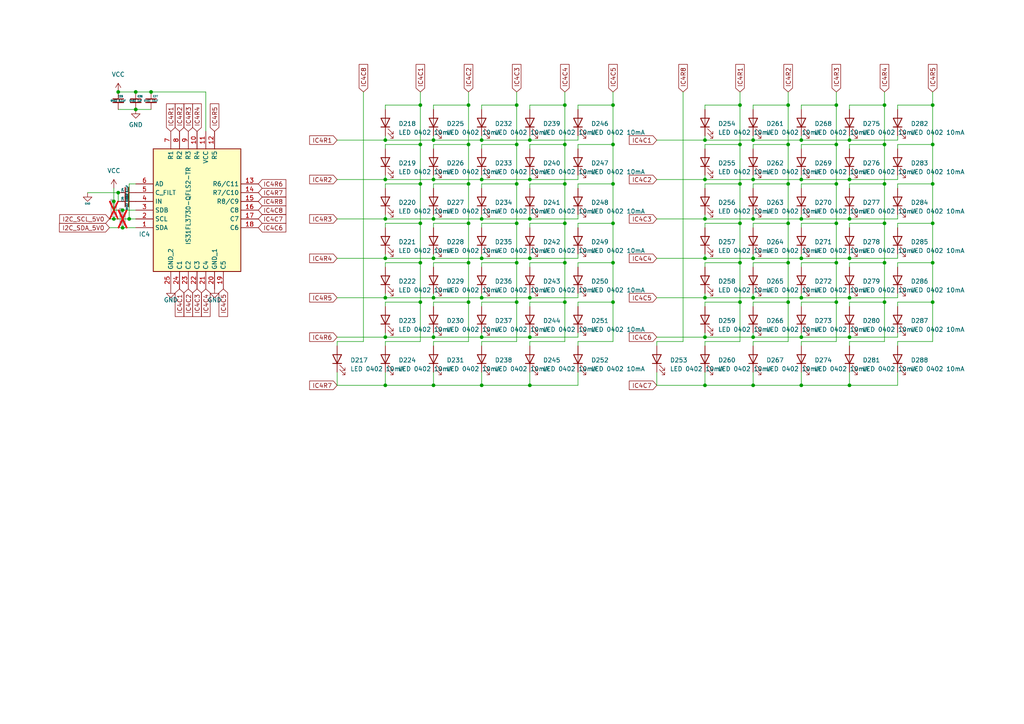
<source format=kicad_sch>
(kicad_sch (version 20231120) (generator "eeschema") (generator_version "8.0")
  (paper "A4")
  (junction (at 270.51 76.2))
  (junction (at 39.37 26.67))
  (junction (at 125.73 52.07))
  (junction (at 125.73 97.79))
  (junction (at 232.41 97.79))
  (junction (at 135.89 87.63))
  (junction (at 270.51 87.63))
  (junction (at 228.6 76.2))
  (junction (at 111.76 63.5))
  (junction (at 218.44 97.79))
  (junction (at 139.7 52.07))
  (junction (at 246.38 40.64))
  (junction (at 214.63 76.2))
  (junction (at 163.83 76.2))
  (junction (at 35.56 60.96))
  (junction (at 246.38 52.07))
  (junction (at 121.92 41.91))
  (junction (at 149.86 30.48))
  (junction (at 242.57 87.63))
  (junction (at 149.86 53.34))
  (junction (at 177.8 76.2))
  (junction (at 218.44 86.36))
  (junction (at 204.47 111.76))
  (junction (at 34.29 55.88))
  (junction (at 149.86 41.91))
  (junction (at 204.47 63.5))
  (junction (at 177.8 87.63))
  (junction (at 232.41 40.64))
  (junction (at 111.76 97.79))
  (junction (at 111.76 86.36))
  (junction (at 232.41 111.76))
  (junction (at 270.51 53.34))
  (junction (at 256.54 53.34))
  (junction (at 177.8 53.34))
  (junction (at 246.38 63.5))
  (junction (at 204.47 40.64))
  (junction (at 242.57 53.34))
  (junction (at 121.92 53.34))
  (junction (at 242.57 64.77))
  (junction (at 256.54 64.77))
  (junction (at 125.73 63.5))
  (junction (at 218.44 40.64))
  (junction (at 153.67 63.5))
  (junction (at 177.8 64.77))
  (junction (at 135.89 76.2))
  (junction (at 218.44 74.93))
  (junction (at 35.56 66.04))
  (junction (at 139.7 63.5))
  (junction (at 218.44 111.76))
  (junction (at 228.6 30.48))
  (junction (at 121.92 64.77))
  (junction (at 246.38 97.79))
  (junction (at 246.38 86.36))
  (junction (at 232.41 52.07))
  (junction (at 33.02 58.42))
  (junction (at 43.815 26.67))
  (junction (at 125.73 74.93))
  (junction (at 218.44 52.07))
  (junction (at 270.51 64.77))
  (junction (at 163.83 41.91))
  (junction (at 139.7 40.64))
  (junction (at 214.63 30.48))
  (junction (at 125.73 86.36))
  (junction (at 121.92 87.63))
  (junction (at 256.54 87.63))
  (junction (at 242.57 76.2))
  (junction (at 246.38 111.76))
  (junction (at 149.86 64.77))
  (junction (at 153.67 40.64))
  (junction (at 33.02 63.5))
  (junction (at 232.41 74.93))
  (junction (at 34.29 26.67))
  (junction (at 177.8 41.91))
  (junction (at 111.76 40.64))
  (junction (at 149.86 76.2))
  (junction (at 125.73 40.64))
  (junction (at 246.38 74.93))
  (junction (at 228.6 87.63))
  (junction (at 204.47 86.36))
  (junction (at 204.47 97.79))
  (junction (at 256.54 41.91))
  (junction (at 153.67 86.36))
  (junction (at 232.41 86.36))
  (junction (at 242.57 30.48))
  (junction (at 111.76 74.93))
  (junction (at 256.54 76.2))
  (junction (at 228.6 41.91))
  (junction (at 177.8 30.48))
  (junction (at 228.6 53.34))
  (junction (at 153.67 111.76))
  (junction (at 232.41 63.5))
  (junction (at 214.63 64.77))
  (junction (at 149.86 87.63))
  (junction (at 204.47 74.93))
  (junction (at 163.83 87.63))
  (junction (at 125.73 111.76))
  (junction (at 139.7 74.93))
  (junction (at 135.89 41.91))
  (junction (at 270.51 30.48))
  (junction (at 135.89 30.48))
  (junction (at 214.63 87.63))
  (junction (at 214.63 41.91))
  (junction (at 39.37 31.75))
  (junction (at 163.83 53.34))
  (junction (at 111.76 52.07))
  (junction (at 214.63 53.34))
  (junction (at 139.7 111.76))
  (junction (at 111.76 111.76))
  (junction (at 153.67 97.79))
  (junction (at 256.54 30.48))
  (junction (at 204.47 52.07))
  (junction (at 270.51 41.91))
  (junction (at 121.92 30.48))
  (junction (at 228.6 64.77))
  (junction (at 153.67 74.93))
  (junction (at 153.67 52.07))
  (junction (at 242.57 41.91))
  (junction (at 37.465 63.5))
  (junction (at 135.89 53.34))
  (junction (at 121.92 76.2))
  (junction (at 139.7 97.79))
  (junction (at 139.7 86.36))
  (junction (at 135.89 64.77))
  (junction (at 163.83 30.48))
  (junction (at 163.83 64.77))
  (junction (at 218.44 63.5))
  (wire (pts (xy 33.02 60.96) (xy 35.56 60.96)))
  (wire (pts (xy 167.64 54.61) (xy 167.64 53.34)))
  (wire (pts (xy 260.35 53.34) (xy 270.51 53.34)))
  (wire (pts (xy 260.35 87.63) (xy 270.51 87.63)))
  (wire (pts (xy 97.79 111.76) (xy 111.76 111.76)))
  (wire (pts (xy 246.38 111.76) (xy 260.35 111.76)))
  (wire (pts (xy 218.44 39.37) (xy 218.44 40.64)))
  (wire (pts (xy 33.02 54.61) (xy 33.02 58.42)))
  (wire (pts (xy 246.38 54.61) (xy 246.38 53.34)))
  (wire (pts (xy 246.38 88.9) (xy 246.38 87.63)))
  (wire (pts (xy 34.29 26.67) (xy 39.37 26.67)))
  (wire (pts (xy 125.73 30.48) (xy 135.89 30.48)))
  (wire (pts (xy 121.92 99.06) (xy 111.76 99.06)))
  (wire (pts (xy 260.35 74.93) (xy 260.35 73.66)))
  (wire (pts (xy 167.64 99.06) (xy 177.8 99.06)))
  (wire (pts (xy 163.83 41.91) (xy 163.83 53.34)))
  (wire (pts (xy 125.73 85.09) (xy 125.73 86.36)))
  (wire (pts (xy 111.76 87.63) (xy 121.92 87.63)))
  (wire (pts (xy 139.7 64.77) (xy 149.86 64.77)))
  (wire (pts (xy 125.73 87.63) (xy 135.89 87.63)))
  (wire (pts (xy 167.64 31.75) (xy 167.64 30.48)))
  (wire (pts (xy 204.47 73.66) (xy 204.47 74.93)))
  (wire (pts (xy 232.41 77.47) (xy 232.41 76.2)))
  (wire (pts (xy 33.02 63.5) (xy 37.465 63.5)))
  (wire (pts (xy 246.38 76.2) (xy 256.54 76.2)))
  (wire (pts (xy 218.44 52.07) (xy 232.41 52.07)))
  (wire (pts (xy 125.73 43.18) (xy 125.73 41.91)))
  (wire (pts (xy 260.35 66.04) (xy 260.35 64.77)))
  (wire (pts (xy 228.6 87.63) (xy 228.6 99.06)))
  (wire (pts (xy 139.7 97.79) (xy 153.67 97.79)))
  (wire (pts (xy 167.64 107.95) (xy 167.64 111.76)))
  (wire (pts (xy 139.7 111.76) (xy 153.67 111.76)))
  (wire (pts (xy 111.76 74.93) (xy 125.73 74.93)))
  (wire (pts (xy 97.79 74.93) (xy 111.76 74.93)))
  (wire (pts (xy 111.76 73.66) (xy 111.76 74.93)))
  (wire (pts (xy 204.47 77.47) (xy 204.47 76.2)))
  (wire (pts (xy 218.44 73.66) (xy 218.44 74.93)))
  (wire (pts (xy 204.47 76.2) (xy 214.63 76.2)))
  (wire (pts (xy 163.83 87.63) (xy 163.83 99.06)))
  (wire (pts (xy 218.44 97.79) (xy 232.41 97.79)))
  (wire (pts (xy 59.69 38.1) (xy 59.69 26.67)))
  (wire (pts (xy 97.79 111.76) (xy 97.79 107.95)))
  (wire (pts (xy 218.44 54.61) (xy 218.44 53.34)))
  (wire (pts (xy 246.38 50.8) (xy 246.38 52.07)))
  (wire (pts (xy 121.92 26.67) (xy 121.92 30.48)))
  (wire (pts (xy 256.54 64.77) (xy 256.54 76.2)))
  (wire (pts (xy 139.7 41.91) (xy 149.86 41.91)))
  (wire (pts (xy 246.38 66.04) (xy 246.38 64.77)))
  (wire (pts (xy 204.47 97.79) (xy 218.44 97.79)))
  (wire (pts (xy 246.38 63.5) (xy 260.35 63.5)))
  (wire (pts (xy 218.44 86.36) (xy 232.41 86.36)))
  (wire (pts (xy 218.44 96.52) (xy 218.44 97.79)))
  (wire (pts (xy 242.57 41.91) (xy 242.57 53.34)))
  (wire (pts (xy 214.63 76.2) (xy 214.63 87.63)))
  (wire (pts (xy 139.7 73.66) (xy 139.7 74.93)))
  (wire (pts (xy 242.57 30.48) (xy 242.57 41.91)))
  (wire (pts (xy 260.35 52.07) (xy 260.35 50.8)))
  (wire (pts (xy 167.64 30.48) (xy 177.8 30.48)))
  (wire (pts (xy 190.5 86.36) (xy 204.47 86.36)))
  (wire (pts (xy 256.54 87.63) (xy 256.54 99.06)))
  (wire (pts (xy 177.8 87.63) (xy 177.8 76.2)))
  (wire (pts (xy 34.29 55.88) (xy 34.29 58.42)))
  (wire (pts (xy 228.6 41.91) (xy 228.6 53.34)))
  (wire (pts (xy 139.7 76.2) (xy 149.86 76.2)))
  (wire (pts (xy 153.67 52.07) (xy 167.64 52.07)))
  (wire (pts (xy 190.5 52.07) (xy 204.47 52.07)))
  (wire (pts (xy 139.7 43.18) (xy 139.7 41.91)))
  (wire (pts (xy 218.44 53.34) (xy 228.6 53.34)))
  (wire (pts (xy 232.41 99.06) (xy 232.41 100.33)))
  (wire (pts (xy 232.41 43.18) (xy 232.41 41.91)))
  (wire (pts (xy 190.5 40.64) (xy 204.47 40.64)))
  (wire (pts (xy 111.76 63.5) (xy 125.73 63.5)))
  (wire (pts (xy 270.51 76.2) (xy 270.51 64.77)))
  (wire (pts (xy 232.41 41.91) (xy 242.57 41.91)))
  (wire (pts (xy 25.4 55.88) (xy 34.29 55.88)))
  (wire (pts (xy 242.57 99.06) (xy 232.41 99.06)))
  (wire (pts (xy 260.35 77.47) (xy 260.35 76.2)))
  (wire (pts (xy 37.465 63.5) (xy 37.465 53.34)))
  (wire (pts (xy 228.6 99.06) (xy 218.44 99.06)))
  (wire (pts (xy 111.76 111.76) (xy 125.73 111.76)))
  (wire (pts (xy 149.86 41.91) (xy 149.86 53.34)))
  (wire (pts (xy 167.64 77.47) (xy 167.64 76.2)))
  (wire (pts (xy 232.41 54.61) (xy 232.41 53.34)))
  (wire (pts (xy 204.47 86.36) (xy 218.44 86.36)))
  (wire (pts (xy 97.79 99.06) (xy 97.79 100.33)))
  (wire (pts (xy 246.38 86.36) (xy 260.35 86.36)))
  (wire (pts (xy 125.73 40.64) (xy 139.7 40.64)))
  (wire (pts (xy 125.73 41.91) (xy 135.89 41.91)))
  (wire (pts (xy 228.6 64.77) (xy 228.6 76.2)))
  (wire (pts (xy 260.35 54.61) (xy 260.35 53.34)))
  (wire (pts (xy 214.63 53.34) (xy 214.63 64.77)))
  (wire (pts (xy 242.57 87.63) (xy 242.57 99.06)))
  (wire (pts (xy 218.44 87.63) (xy 228.6 87.63)))
  (wire (pts (xy 111.76 41.91) (xy 121.92 41.91)))
  (wire (pts (xy 139.7 77.47) (xy 139.7 76.2)))
  (wire (pts (xy 232.41 107.95) (xy 232.41 111.76)))
  (wire (pts (xy 242.57 53.34) (xy 242.57 64.77)))
  (wire (pts (xy 125.73 74.93) (xy 139.7 74.93)))
  (wire (pts (xy 167.64 86.36) (xy 167.64 85.09)))
  (wire (pts (xy 139.7 53.34) (xy 149.86 53.34)))
  (wire (pts (xy 153.67 39.37) (xy 153.67 40.64)))
  (wire (pts (xy 33.02 58.42) (xy 33.02 60.96)))
  (wire (pts (xy 163.83 30.48) (xy 163.83 41.91)))
  (wire (pts (xy 153.67 76.2) (xy 163.83 76.2)))
  (wire (pts (xy 204.47 88.9) (xy 204.47 87.63)))
  (wire (pts (xy 149.86 76.2) (xy 149.86 87.63)))
  (wire (pts (xy 218.44 76.2) (xy 228.6 76.2)))
  (wire (pts (xy 256.54 30.48) (xy 256.54 41.91)))
  (wire (pts (xy 246.38 87.63) (xy 256.54 87.63)))
  (wire (pts (xy 125.73 66.04) (xy 125.73 64.77)))
  (wire (pts (xy 232.41 111.76) (xy 246.38 111.76)))
  (wire (pts (xy 218.44 64.77) (xy 228.6 64.77)))
  (wire (pts (xy 153.67 41.91) (xy 163.83 41.91)))
  (wire (pts (xy 177.8 41.91) (xy 177.8 30.48)))
  (wire (pts (xy 153.67 66.04) (xy 153.67 64.77)))
  (wire (pts (xy 177.8 99.06) (xy 177.8 87.63)))
  (wire (pts (xy 232.41 64.77) (xy 242.57 64.77)))
  (wire (pts (xy 163.83 64.77) (xy 163.83 76.2)))
  (wire (pts (xy 232.41 85.09) (xy 232.41 86.36)))
  (wire (pts (xy 43.815 26.67) (xy 59.69 26.67)))
  (wire (pts (xy 204.47 30.48) (xy 214.63 30.48)))
  (wire (pts (xy 97.79 40.64) (xy 111.76 40.64)))
  (wire (pts (xy 204.47 99.06) (xy 204.47 100.33)))
  (wire (pts (xy 153.67 77.47) (xy 153.67 76.2)))
  (wire (pts (xy 153.67 50.8) (xy 153.67 52.07)))
  (wire (pts (xy 153.67 99.06) (xy 153.67 100.33)))
  (wire (pts (xy 204.47 41.91) (xy 214.63 41.91)))
  (wire (pts (xy 121.92 87.63) (xy 121.92 99.06)))
  (wire (pts (xy 246.38 43.18) (xy 246.38 41.91)))
  (wire (pts (xy 31.75 66.04) (xy 35.56 66.04)))
  (wire (pts (xy 111.76 52.07) (xy 125.73 52.07)))
  (wire (pts (xy 149.86 87.63) (xy 149.86 99.06)))
  (wire (pts (xy 218.44 107.95) (xy 218.44 111.76)))
  (wire (pts (xy 153.67 88.9) (xy 153.67 87.63)))
  (wire (pts (xy 97.79 63.5) (xy 111.76 63.5)))
  (wire (pts (xy 125.73 86.36) (xy 139.7 86.36)))
  (wire (pts (xy 39.37 31.75) (xy 34.29 31.75)))
  (wire (pts (xy 214.63 26.67) (xy 214.63 30.48)))
  (wire (pts (xy 218.44 40.64) (xy 232.41 40.64)))
  (wire (pts (xy 256.54 26.67) (xy 256.54 30.48)))
  (wire (pts (xy 167.64 41.91) (xy 177.8 41.91)))
  (wire (pts (xy 218.44 111.76) (xy 232.41 111.76)))
  (wire (pts (xy 190.5 111.76) (xy 204.47 111.76)))
  (wire (pts (xy 125.73 77.47) (xy 125.73 76.2)))
  (wire (pts (xy 260.35 99.06) (xy 260.35 100.33)))
  (wire (pts (xy 204.47 52.07) (xy 218.44 52.07)))
  (wire (pts (xy 204.47 39.37) (xy 204.47 40.64)))
  (wire (pts (xy 232.41 62.23) (xy 232.41 63.5)))
  (wire (pts (xy 135.89 41.91) (xy 135.89 53.34)))
  (wire (pts (xy 167.64 74.93) (xy 167.64 73.66)))
  (wire (pts (xy 97.79 52.07) (xy 111.76 52.07)))
  (wire (pts (xy 125.73 53.34) (xy 135.89 53.34)))
  (wire (pts (xy 111.76 64.77) (xy 121.92 64.77)))
  (wire (pts (xy 97.79 97.79) (xy 111.76 97.79)))
  (wire (pts (xy 139.7 99.06) (xy 139.7 100.33)))
  (wire (pts (xy 125.73 96.52) (xy 125.73 97.79)))
  (wire (pts (xy 153.67 87.63) (xy 163.83 87.63)))
  (wire (pts (xy 198.12 26.67) (xy 198.12 99.06)))
  (wire (pts (xy 204.47 63.5) (xy 218.44 63.5)))
  (wire (pts (xy 153.67 86.36) (xy 167.64 86.36)))
  (wire (pts (xy 246.38 41.91) (xy 256.54 41.91)))
  (wire (pts (xy 125.73 97.79) (xy 139.7 97.79)))
  (wire (pts (xy 121.92 76.2) (xy 121.92 87.63)))
  (wire (pts (xy 125.73 62.23) (xy 125.73 63.5)))
  (wire (pts (xy 163.83 99.06) (xy 153.67 99.06)))
  (wire (pts (xy 139.7 50.8) (xy 139.7 52.07)))
  (wire (pts (xy 139.7 88.9) (xy 139.7 87.63)))
  (wire (pts (xy 125.73 107.95) (xy 125.73 111.76)))
  (wire (pts (xy 163.83 26.67) (xy 163.83 30.48)))
  (wire (pts (xy 139.7 86.36) (xy 153.67 86.36)))
  (wire (pts (xy 121.92 41.91) (xy 121.92 53.34)))
  (wire (pts (xy 232.41 86.36) (xy 246.38 86.36)))
  (wire (pts (xy 260.35 99.06) (xy 270.51 99.06)))
  (wire (pts (xy 125.73 64.77) (xy 135.89 64.77)))
  (wire (pts (xy 232.41 63.5) (xy 246.38 63.5)))
  (wire (pts (xy 149.86 30.48) (xy 149.86 41.91)))
  (wire (pts (xy 256.54 99.06) (xy 246.38 99.06)))
  (wire (pts (xy 167.64 43.18) (xy 167.64 41.91)))
  (wire (pts (xy 246.38 53.34) (xy 256.54 53.34)))
  (wire (pts (xy 204.47 111.76) (xy 218.44 111.76)))
  (wire (pts (xy 218.44 66.04) (xy 218.44 64.77)))
  (wire (pts (xy 204.47 53.34) (xy 214.63 53.34)))
  (wire (pts (xy 153.67 96.52) (xy 153.67 97.79)))
  (wire (pts (xy 228.6 53.34) (xy 228.6 64.77)))
  (wire (pts (xy 218.44 50.8) (xy 218.44 52.07)))
  (wire (pts (xy 260.35 107.95) (xy 260.35 111.76)))
  (wire (pts (xy 204.47 107.95) (xy 204.47 111.76)))
  (wire (pts (xy 135.89 76.2) (xy 135.89 87.63)))
  (wire (pts (xy 270.51 41.91) (xy 270.51 30.48)))
  (wire (pts (xy 232.41 52.07) (xy 246.38 52.07)))
  (wire (pts (xy 125.73 111.76) (xy 139.7 111.76)))
  (wire (pts (xy 111.76 99.06) (xy 111.76 100.33)))
  (wire (pts (xy 218.44 85.09) (xy 218.44 86.36)))
  (wire (pts (xy 204.47 85.09) (xy 204.47 86.36)))
  (wire (pts (xy 270.51 64.77) (xy 270.51 53.34)))
  (wire (pts (xy 218.44 99.06) (xy 218.44 100.33)))
  (wire (pts (xy 260.35 64.77) (xy 270.51 64.77)))
  (wire (pts (xy 260.35 63.5) (xy 260.35 62.23)))
  (wire (pts (xy 218.44 77.47) (xy 218.44 76.2)))
  (wire (pts (xy 218.44 88.9) (xy 218.44 87.63)))
  (wire (pts (xy 177.8 64.77) (xy 177.8 53.34)))
  (wire (pts (xy 246.38 62.23) (xy 246.38 63.5)))
  (wire (pts (xy 135.89 53.34) (xy 135.89 64.77)))
  (wire (pts (xy 125.73 39.37) (xy 125.73 40.64)))
  (wire (pts (xy 153.67 43.18) (xy 153.67 41.91)))
  (wire (pts (xy 167.64 53.34) (xy 177.8 53.34)))
  (wire (pts (xy 43.815 31.75) (xy 39.37 31.75)))
  (wire (pts (xy 260.35 30.48) (xy 270.51 30.48)))
  (wire (pts (xy 218.44 62.23) (xy 218.44 63.5)))
  (wire (pts (xy 270.51 87.63) (xy 270.51 76.2)))
  (wire (pts (xy 218.44 31.75) (xy 218.44 30.48)))
  (wire (pts (xy 246.38 30.48) (xy 256.54 30.48)))
  (wire (pts (xy 135.89 87.63) (xy 135.89 99.06)))
  (wire (pts (xy 135.89 99.06) (xy 125.73 99.06)))
  (wire (pts (xy 204.47 62.23) (xy 204.47 63.5)))
  (wire (pts (xy 149.86 64.77) (xy 149.86 76.2)))
  (wire (pts (xy 204.47 64.77) (xy 214.63 64.77)))
  (wire (pts (xy 125.73 63.5) (xy 139.7 63.5)))
  (wire (pts (xy 232.41 73.66) (xy 232.41 74.93)))
  (wire (pts (xy 111.76 97.79) (xy 125.73 97.79)))
  (wire (pts (xy 190.5 97.79) (xy 204.47 97.79)))
  (wire (pts (xy 35.56 66.04) (xy 39.37 66.04)))
  (wire (pts (xy 204.47 87.63) (xy 214.63 87.63)))
  (wire (pts (xy 204.47 40.64) (xy 218.44 40.64)))
  (wire (pts (xy 232.41 50.8) (xy 232.41 52.07)))
  (wire (pts (xy 232.41 74.93) (xy 246.38 74.93)))
  (wire (pts (xy 167.64 99.06) (xy 167.64 100.33)))
  (wire (pts (xy 153.67 54.61) (xy 153.67 53.34)))
  (wire (pts (xy 204.47 43.18) (xy 204.47 41.91)))
  (wire (pts (xy 125.73 50.8) (xy 125.73 52.07)))
  (wire (pts (xy 153.67 31.75) (xy 153.67 30.48)))
  (wire (pts (xy 228.6 26.67) (xy 228.6 30.48)))
  (wire (pts (xy 218.44 74.93) (xy 232.41 74.93)))
  (wire (pts (xy 256.54 76.2) (xy 256.54 87.63)))
  (wire (pts (xy 139.7 87.63) (xy 149.86 87.63)))
  (wire (pts (xy 228.6 76.2) (xy 228.6 87.63)))
  (wire (pts (xy 139.7 40.64) (xy 153.67 40.64)))
  (wire (pts (xy 153.67 53.34) (xy 163.83 53.34)))
  (wire (pts (xy 167.64 63.5) (xy 167.64 62.23)))
  (wire (pts (xy 190.5 63.5) (xy 204.47 63.5)))
  (wire (pts (xy 111.76 43.18) (xy 111.76 41.91)))
  (wire (pts (xy 111.76 77.47) (xy 111.76 76.2)))
  (wire (pts (xy 111.76 107.95) (xy 111.76 111.76)))
  (wire (pts (xy 153.67 30.48) (xy 163.83 30.48)))
  (wire (pts (xy 246.38 96.52) (xy 246.38 97.79)))
  (wire (pts (xy 111.76 30.48) (xy 121.92 30.48)))
  (wire (pts (xy 167.64 88.9) (xy 167.64 87.63)))
  (wire (pts (xy 125.73 54.61) (xy 125.73 53.34)))
  (wire (pts (xy 167.64 40.64) (xy 167.64 39.37)))
  (wire (pts (xy 139.7 54.61) (xy 139.7 53.34)))
  (wire (pts (xy 121.92 64.77) (xy 121.92 76.2)))
  (wire (pts (xy 135.89 30.48) (xy 135.89 41.91)))
  (wire (pts (xy 204.47 96.52) (xy 204.47 97.79)))
  (wire (pts (xy 125.73 88.9) (xy 125.73 87.63)))
  (wire (pts (xy 111.76 66.04) (xy 111.76 64.77)))
  (wire (pts (xy 111.76 86.36) (xy 125.73 86.36)))
  (wire (pts (xy 256.54 53.34) (xy 256.54 64.77)))
  (wire (pts (xy 149.86 53.34) (xy 149.86 64.77)))
  (wire (pts (xy 232.41 39.37) (xy 232.41 40.64)))
  (wire (pts (xy 214.63 41.91) (xy 214.63 53.34)))
  (wire (pts (xy 125.73 99.06) (xy 125.73 100.33)))
  (wire (pts (xy 232.41 96.52) (xy 232.41 97.79)))
  (wire (pts (xy 31.75 63.5) (xy 33.02 63.5)))
  (wire (pts (xy 97.79 86.36) (xy 111.76 86.36)))
  (wire (pts (xy 121.92 53.34) (xy 121.92 64.77)))
  (wire (pts (xy 246.38 52.07) (xy 260.35 52.07)))
  (wire (pts (xy 111.76 54.61) (xy 111.76 53.34)))
  (wire (pts (xy 270.51 30.48) (xy 270.51 26.67)))
  (wire (pts (xy 204.47 74.93) (xy 218.44 74.93)))
  (wire (pts (xy 218.44 63.5) (xy 232.41 63.5)))
  (wire (pts (xy 153.67 97.79) (xy 167.64 97.79)))
  (wire (pts (xy 37.465 53.34) (xy 39.37 53.34)))
  (wire (pts (xy 125.73 73.66) (xy 125.73 74.93)))
  (wire (pts (xy 135.89 26.67) (xy 135.89 30.48)))
  (wire (pts (xy 125.73 52.07) (xy 139.7 52.07)))
  (wire (pts (xy 214.63 64.77) (xy 214.63 76.2)))
  (wire (pts (xy 139.7 31.75) (xy 139.7 30.48)))
  (wire (pts (xy 246.38 99.06) (xy 246.38 100.33)))
  (wire (pts (xy 242.57 64.77) (xy 242.57 76.2)))
  (wire (pts (xy 153.67 73.66) (xy 153.67 74.93)))
  (wire (pts (xy 153.67 40.64) (xy 167.64 40.64)))
  (wire (pts (xy 232.41 40.64) (xy 246.38 40.64)))
  (wire (pts (xy 125.73 31.75) (xy 125.73 30.48)))
  (wire (pts (xy 111.76 85.09) (xy 111.76 86.36)))
  (wire (pts (xy 177.8 53.34) (xy 177.8 41.91)))
  (wire (pts (xy 153.67 74.93) (xy 167.64 74.93)))
  (wire (pts (xy 167.64 66.04) (xy 167.64 64.77)))
  (wire (pts (xy 242.57 26.67) (xy 242.57 30.48)))
  (wire (pts (xy 167.64 97.79) (xy 167.64 96.52)))
  (wire (pts (xy 111.76 40.64) (xy 125.73 40.64)))
  (wire (pts (xy 232.41 87.63) (xy 242.57 87.63)))
  (wire (pts (xy 139.7 85.09) (xy 139.7 86.36)))
  (wire (pts (xy 204.47 50.8) (xy 204.47 52.07)))
  (wire (pts (xy 37.465 63.5) (xy 39.37 63.5)))
  (wire (pts (xy 111.76 50.8) (xy 111.76 52.07)))
  (wire (pts (xy 260.35 76.2) (xy 270.51 76.2)))
  (wire (pts (xy 111.76 53.34) (xy 121.92 53.34)))
  (wire (pts (xy 246.38 64.77) (xy 256.54 64.77)))
  (wire (pts (xy 232.41 66.04) (xy 232.41 64.77)))
  (wire (pts (xy 218.44 30.48) (xy 228.6 30.48)))
  (wire (pts (xy 246.38 77.47) (xy 246.38 76.2)))
  (wire (pts (xy 214.63 99.06) (xy 204.47 99.06)))
  (wire (pts (xy 177.8 76.2) (xy 177.8 64.77)))
  (wire (pts (xy 139.7 63.5) (xy 153.67 63.5)))
  (wire (pts (xy 232.41 88.9) (xy 232.41 87.63)))
  (wire (pts (xy 246.38 85.09) (xy 246.38 86.36)))
  (wire (pts (xy 232.41 53.34) (xy 242.57 53.34)))
  (wire (pts (xy 214.63 87.63) (xy 214.63 99.06)))
  (wire (pts (xy 260.35 86.36) (xy 260.35 85.09)))
  (wire (pts (xy 232.41 97.79) (xy 246.38 97.79)))
  (wire (pts (xy 139.7 107.95) (xy 139.7 111.76)))
  (wire (pts (xy 270.51 99.06) (xy 270.51 87.63)))
  (wire (pts (xy 139.7 62.23) (xy 139.7 63.5)))
  (wire (pts (xy 204.47 66.04) (xy 204.47 64.77)))
  (wire (pts (xy 153.67 62.23) (xy 153.67 63.5)))
  (wire (pts (xy 228.6 30.48) (xy 228.6 41.91)))
  (wire (pts (xy 149.86 26.67) (xy 149.86 30.48)))
  (wire (pts (xy 35.56 60.96) (xy 39.37 60.96)))
  (wire (pts (xy 163.83 76.2) (xy 163.83 87.63)))
  (wire (pts (xy 260.35 88.9) (xy 260.35 87.63)))
  (wire (pts (xy 177.8 30.48) (xy 177.8 26.67)))
  (wire (pts (xy 242.57 76.2) (xy 242.57 87.63)))
  (wire (pts (xy 232.41 31.75) (xy 232.41 30.48)))
  (wire (pts (xy 246.38 74.93) (xy 260.35 74.93)))
  (wire (pts (xy 167.64 76.2) (xy 177.8 76.2)))
  (wire (pts (xy 111.76 31.75) (xy 111.76 30.48)))
  (wire (pts (xy 139.7 96.52) (xy 139.7 97.79)))
  (wire (pts (xy 139.7 39.37) (xy 139.7 40.64)))
  (wire (pts (xy 204.47 31.75) (xy 204.47 30.48)))
  (wire (pts (xy 153.67 85.09) (xy 153.67 86.36)))
  (wire (pts (xy 149.86 99.06) (xy 139.7 99.06)))
  (wire (pts (xy 246.38 73.66) (xy 246.38 74.93)))
  (wire (pts (xy 214.63 30.48) (xy 214.63 41.91)))
  (wire (pts (xy 246.38 107.95) (xy 246.38 111.76)))
  (wire (pts (xy 105.41 26.67) (xy 105.41 99.06)))
  (wire (pts (xy 190.5 74.93) (xy 204.47 74.93)))
  (wire (pts (xy 153.67 63.5) (xy 167.64 63.5)))
  (wire (pts (xy 135.89 64.77) (xy 135.89 76.2)))
  (wire (pts (xy 167.64 87.63) (xy 177.8 87.63)))
  (wire (pts (xy 111.76 39.37) (xy 111.76 40.64)))
  (wire (pts (xy 218.44 43.18) (xy 218.44 41.91)))
  (wire (pts (xy 270.51 53.34) (xy 270.51 41.91)))
  (wire (pts (xy 139.7 52.07) (xy 153.67 52.07)))
  (wire (pts (xy 232.41 76.2) (xy 242.57 76.2)))
  (wire (pts (xy 167.64 52.07) (xy 167.64 50.8)))
  (wire (pts (xy 198.12 99.06) (xy 190.5 99.06)))
  (wire (pts (xy 246.38 40.64) (xy 260.35 40.64)))
  (wire (pts (xy 43.815 26.67) (xy 39.37 26.67)))
  (wire (pts (xy 167.64 64.77) (xy 177.8 64.77)))
  (wire (pts (xy 111.76 62.23) (xy 111.76 63.5)))
  (wire (pts (xy 139.7 66.04) (xy 139.7 64.77)))
  (wire (pts (xy 153.67 64.77) (xy 163.83 64.77)))
  (wire (pts (xy 246.38 39.37) (xy 246.38 40.64)))
  (wire (pts (xy 125.73 76.2) (xy 135.89 76.2)))
  (wire (pts (xy 139.7 74.93) (xy 153.67 74.93)))
  (wire (pts (xy 153.67 111.76) (xy 167.64 111.76)))
  (wire (pts (xy 260.35 97.79) (xy 260.35 96.52)))
  (wire (pts (xy 260.35 43.18) (xy 260.35 41.91)))
  (wire (pts (xy 204.47 54.61) (xy 204.47 53.34)))
  (wire (pts (xy 190.5 111.76) (xy 190.5 107.95)))
  (wire (pts (xy 246.38 97.79) (xy 260.35 97.79)))
  (wire (pts (xy 190.5 99.06) (xy 190.5 100.33)))
  (wire (pts (xy 153.67 107.95) (xy 153.67 111.76)))
  (wire (pts (xy 256.54 41.91) (xy 256.54 53.34)))
  (wire (pts (xy 218.44 41.91) (xy 228.6 41.91)))
  (wire (pts (xy 105.41 99.06) (xy 97.79 99.06)))
  (wire (pts (xy 260.35 40.64) (xy 260.35 39.37)))
  (wire (pts (xy 111.76 96.52) (xy 111.76 97.79)))
  (wire (pts (xy 246.38 31.75) (xy 246.38 30.48)))
  (wire (pts (xy 260.35 41.91) (xy 270.51 41.91)))
  (wire (pts (xy 232.41 30.48) (xy 242.57 30.48)))
  (wire (pts (xy 260.35 31.75) (xy 260.35 30.48)))
  (wire (pts (xy 163.83 53.34) (xy 163.83 64.77)))
  (wire (pts (xy 111.76 76.2) (xy 121.92 76.2)))
  (wire (pts (xy 121.92 30.48) (xy 121.92 41.91)))
  (wire (pts (xy 111.76 88.9) (xy 111.76 87.63)))
  (wire (pts (xy 139.7 30.48) (xy 149.86 30.48)))
  (global_label "IC4C7" (shape input) (at 74.93 63.5 0) (property "Intersheetrefs" "${INTERSHEET_REFS}" (effects (hide yes))))
  (global_label "IC4C6" (shape input) (at 190.5 97.79 180) (property "Intersheetrefs" "${INTERSHEET_REFS}" (effects (hide yes))))
  (global_label "IC4R7" (shape input) (at 97.79 111.76 180) (property "Intersheetrefs" "${INTERSHEET_REFS}" (effects (hide yes))))
  (global_label "IC4C2" (shape input) (at 190.5 52.07 180) (property "Intersheetrefs" "${INTERSHEET_REFS}" (effects (hide yes))))
  (global_label "IC4C4" (shape input) (at 190.5 74.93 180) (property "Intersheetrefs" "${INTERSHEET_REFS}" (effects (hide yes))))
  (global_label "IC4R8" (shape input) (at 74.93 58.42 0) (property "Intersheetrefs" "${INTERSHEET_REFS}" (effects (hide yes))))
  (global_label "IC4R7" (shape input) (at 74.93 55.88 0) (property "Intersheetrefs" "${INTERSHEET_REFS}" (effects (hide yes))))
  (global_label "IC4C1" (shape input) (at 121.92 26.67 90) (property "Intersheetrefs" "${INTERSHEET_REFS}" (effects (hide yes))))
  (global_label "IC4C5" (shape input) (at 177.8 26.67 90) (property "Intersheetrefs" "${INTERSHEET_REFS}" (effects (hide yes))))
  (global_label "IC4C3" (shape input) (at 190.5 63.5 180) (property "Intersheetrefs" "${INTERSHEET_REFS}" (effects (hide yes))))
  (global_label "IC4R3" (shape input) (at 97.79 63.5 180) (property "Intersheetrefs" "${INTERSHEET_REFS}" (effects (hide yes))))
  (global_label "IC4C1" (shape input) (at 52.07 83.82 270) (property "Intersheetrefs" "${INTERSHEET_REFS}" (effects (hide yes))))
  (global_label "IC4R3" (shape input) (at 242.57 26.67 90) (property "Intersheetrefs" "${INTERSHEET_REFS}" (effects (hide yes))))
  (global_label "IC4C2" (shape input) (at 54.61 83.82 270) (property "Intersheetrefs" "${INTERSHEET_REFS}" (effects (hide yes))))
  (global_label "IC4C4" (shape input) (at 59.69 83.82 270) (property "Intersheetrefs" "${INTERSHEET_REFS}" (effects (hide yes))))
  (global_label "IC4R4" (shape input) (at 57.15 38.1 90) (property "Intersheetrefs" "${INTERSHEET_REFS}" (effects (hide yes))))
  (global_label "IC4R4" (shape input) (at 97.79 74.93 180) (property "Intersheetrefs" "${INTERSHEET_REFS}" (effects (hide yes))))
  (global_label "I2C_SCL_5V0" (shape input) (at 31.75 63.5 180) (property "Intersheetrefs" "${INTERSHEET_REFS}" (effects (hide yes))))
  (global_label "IC4R2" (shape input) (at 52.07 38.1 90) (property "Intersheetrefs" "${INTERSHEET_REFS}" (effects (hide yes))))
  (global_label "I2C_SDA_5V0" (shape input) (at 31.75 66.04 180) (property "Intersheetrefs" "${INTERSHEET_REFS}" (effects (hide yes))))
  (global_label "IC4C8" (shape input) (at 74.93 60.96 0) (property "Intersheetrefs" "${INTERSHEET_REFS}" (effects (hide yes))))
  (global_label "IC4C7" (shape input) (at 190.5 111.76 180) (property "Intersheetrefs" "${INTERSHEET_REFS}" (effects (hide yes))))
  (global_label "IC4C3" (shape input) (at 149.86 26.67 90) (property "Intersheetrefs" "${INTERSHEET_REFS}" (effects (hide yes))))
  (global_label "IC4C1" (shape input) (at 190.5 40.64 180) (property "Intersheetrefs" "${INTERSHEET_REFS}" (effects (hide yes))))
  (global_label "IC4R8" (shape input) (at 198.12 26.67 90) (property "Intersheetrefs" "${INTERSHEET_REFS}" (effects (hide yes))))
  (global_label "IC4R5" (shape input) (at 97.79 86.36 180) (property "Intersheetrefs" "${INTERSHEET_REFS}" (effects (hide yes))))
  (global_label "IC4R5" (shape input) (at 270.51 26.67 90) (property "Intersheetrefs" "${INTERSHEET_REFS}" (effects (hide yes))))
  (global_label "IC4R6" (shape input) (at 97.79 97.79 180) (property "Intersheetrefs" "${INTERSHEET_REFS}" (effects (hide yes))))
  (global_label "IC4C5" (shape input) (at 190.5 86.36 180) (property "Intersheetrefs" "${INTERSHEET_REFS}" (effects (hide yes))))
  (global_label "IC4C4" (shape input) (at 163.83 26.67 90) (property "Intersheetrefs" "${INTERSHEET_REFS}" (effects (hide yes))))
  (global_label "IC4C8" (shape input) (at 105.41 26.67 90) (property "Intersheetrefs" "${INTERSHEET_REFS}" (effects (hide yes))))
  (global_label "IC4C2" (shape input) (at 135.89 26.67 90) (property "Intersheetrefs" "${INTERSHEET_REFS}" (effects (hide yes))))
  (global_label "IC4R1" (shape input) (at 214.63 26.67 90) (property "Intersheetrefs" "${INTERSHEET_REFS}" (effects (hide yes))))
  (global_label "IC4R5" (shape input) (at 62.23 38.1 90) (property "Intersheetrefs" "${INTERSHEET_REFS}" (effects (hide yes))))
  (global_label "IC4R1" (shape input) (at 97.79 40.64 180) (property "Intersheetrefs" "${INTERSHEET_REFS}" (effects (hide yes))))
  (global_label "IC4R4" (shape input) (at 256.54 26.67 90) (property "Intersheetrefs" "${INTERSHEET_REFS}" (effects (hide yes))))
  (global_label "IC4R1" (shape input) (at 49.53 38.1 90) (property "Intersheetrefs" "${INTERSHEET_REFS}" (effects (hide yes))))
  (global_label "IC4R2" (shape input) (at 228.6 26.67 90) (property "Intersheetrefs" "${INTERSHEET_REFS}" (effects (hide yes))))
  (global_label "IC4R6" (shape input) (at 74.93 53.34 0) (property "Intersheetrefs" "${INTERSHEET_REFS}" (effects (hide yes))))
  (global_label "IC4C6" (shape input) (at 74.93 66.04 0) (property "Intersheetrefs" "${INTERSHEET_REFS}" (effects (hide yes))))
  (global_label "IC4R2" (shape input) (at 97.79 52.07 180) (property "Intersheetrefs" "${INTERSHEET_REFS}" (effects (hide yes))))
  (global_label "IC4C5" (shape input) (at 64.77 83.82 270) (property "Intersheetrefs" "${INTERSHEET_REFS}" (effects (hide yes))))
  (global_label "IC4C3" (shape input) (at 57.15 83.82 270) (property "Intersheetrefs" "${INTERSHEET_REFS}" (effects (hide yes))))
  (global_label "IC4R3" (shape input) (at 54.61 38.1 90) (property "Intersheetrefs" "${INTERSHEET_REFS}" (effects (hide yes))))
  (symbol (lib_id "Device:LED") (at 153.67 92.71 90) (unit 1)
    (property "Reference" "D244" (at 157.48 93.0275 90) (effects (justify right)))
    (property "Value" "LED 0402 10mA" (at 157.48 95.5675 90) (effects (justify right)))
    (property "Footprint" "LED_SMD:LED_0402_1005Metric" (effects (hide yes)))
  )
  (symbol (lib_id "Device:LED") (at 125.73 92.71 90) (unit 1)
    (property "Reference" "D230" (at 129.54 93.0275 90) (effects (justify right)))
    (property "Value" "LED 0402 10mA" (at 129.54 95.5675 90) (effects (justify right)))
    (property "Footprint" "LED_SMD:LED_0402_1005Metric" (effects (hide yes)))
  )
  (symbol (lib_id "Device:LED") (at 125.73 81.28 90) (unit 1)
    (property "Reference" "D229" (at 129.54 81.5975 90) (effects (justify right)))
    (property "Value" "LED 0402 10mA" (at 129.54 84.1375 90) (effects (justify right)))
    (property "Footprint" "LED_SMD:LED_0402_1005Metric" (effects (hide yes)))
  )
  (symbol (lib_id "Device:LED") (at 232.41 81.28 90) (unit 1)
    (property "Reference" "D272" (at 236.22 81.5975 90) (effects (justify right)))
    (property "Value" "LED 0402 10mA" (at 236.22 84.1375 90) (effects (justify right)))
    (property "Footprint" "LED_SMD:LED_0402_1005Metric" (effects (hide yes)))
  )
  (symbol (lib_id "power:GND") (at 25.4 55.88 0) (unit 1)
    (property "Reference" "#PWR043" (effects (hide yes)))
    (property "Value" "GND" (at 25.4 59.055 0) (effects (font (size 0.5 0.5))))
  )
  (symbol (lib_id "Device:LED") (at 260.35 81.28 90) (unit 1)
    (property "Reference" "D286" (at 264.16 81.5975 90) (effects (justify right)))
    (property "Value" "LED 0402 10mA" (at 264.16 84.1375 90) (effects (justify right)))
    (property "Footprint" "LED_SMD:LED_0402_1005Metric" (effects (hide yes)))
  )
  (symbol (lib_id "power:VCC") (at 33.02 54.61 0) (unit 1)
    (property "Reference" "#PWR044" (effects (hide yes)))
    (property "Value" "VCC" (at 33.02 49.53 0))
  )
  (symbol (lib_id "IS31FL3730-QFLS2-TR:IS31FL3730-QFLS2-TR") (at 39.37 66.04 0) (mirror x) (unit 1)
    (property "Reference" "IC4" (at 41.91 67.945 0))
    (property "Value" "IS31FL3730-QFLS2-TR" (at 54.61 59.69 90))
    (property "Footprint" "Package_DFN_QFN:QFN-24-1EP_4x4mm_P0.5mm_EP2.6x2.6mm_ThermalVias" (effects (hide yes)))
    (property "Datasheet" "https://componentsearchengine.com/Datasheets/1/IS31FL3730-QFLS2-TR.pdf" (effects (hide yes)))
    (property "Height" "0.8" (effects (hide yes)))
    (property "Mouser Part Number" "870-IS31FL3730QFLS2R" (effects (hide yes)))
    (property "Mouser Price/Stock" "https://www.mouser.com/Search/Refine.aspx?Keyword=870-IS31FL3730QFLS2R" (effects (hide yes)))
    (property "Manufacturer_Name" "Integrated Silicon Solution Inc." (effects (hide yes)))
    (property "Manufacturer_Part_Number" "IS31FL3730-QFLS2-TR" (effects (hide yes)))
  )
  (symbol (lib_id "Device:LED") (at 246.38 104.14 90) (unit 1)
    (property "Reference" "D281" (at 250.19 104.4575 90) (effects (justify right)))
    (property "Value" "LED 0402 10mA" (at 250.19 106.9975 90) (effects (justify right)))
    (property "Footprint" "LED_SMD:LED_0402_1005Metric" (effects (hide yes)))
  )
  (symbol (lib_id "Device:C_Small") (at 36.83 55.88 90) (unit 1)
    (property "Reference" "C24" (at 35.56 55.245 0) (effects (font (size 0.5 0.5))))
    (property "Value" "0402 0.1uF" (at 36.83 55.88 0) (effects (font (size 0.5 0.5))))
    (property "Footprint" "Capacitor_SMD:C_0402_1005Metric" (effects (hide yes)))
  )
  (symbol (lib_id "Device:LED") (at 260.35 58.42 90) (unit 1)
    (property "Reference" "D284" (at 264.16 58.7375 90) (effects (justify right)))
    (property "Value" "LED 0402 10mA" (at 264.16 61.2775 90) (effects (justify right)))
    (property "Footprint" "LED_SMD:LED_0402_1005Metric" (effects (hide yes)))
  )
  (symbol (lib_id "Device:LED") (at 125.73 46.99 90) (unit 1)
    (property "Reference" "D226" (at 129.54 47.3075 90) (effects (justify right)))
    (property "Value" "LED 0402 10mA" (at 129.54 49.8475 90) (effects (justify right)))
    (property "Footprint" "LED_SMD:LED_0402_1005Metric" (effects (hide yes)))
  )
  (symbol (lib_id "Device:LED") (at 111.76 46.99 90) (unit 1)
    (property "Reference" "D219" (at 115.57 47.3075 90) (effects (justify right)))
    (property "Value" "LED 0402 10mA" (at 115.57 49.8475 90) (effects (justify right)))
    (property "Footprint" "LED_SMD:LED_0402_1005Metric" (effects (hide yes)))
  )
  (symbol (lib_id "power:GND") (at 49.53 83.82 0) (mirror y) (unit 1)
    (property "Reference" "#PWR047" (effects (hide yes)))
    (property "Value" "GND" (at 49.53 86.995 0))
  )
  (symbol (lib_id "Device:LED") (at 218.44 46.99 90) (unit 1)
    (property "Reference" "D262" (at 222.25 47.3075 90) (effects (justify right)))
    (property "Value" "LED 0402 10mA" (at 222.25 49.8475 90) (effects (justify right)))
    (property "Footprint" "LED_SMD:LED_0402_1005Metric" (effects (hide yes)))
  )
  (symbol (lib_id "Device:LED") (at 111.76 58.42 90) (unit 1)
    (property "Reference" "D220" (at 115.57 58.7375 90) (effects (justify right)))
    (property "Value" "LED 0402 10mA" (at 115.57 61.2775 90) (effects (justify right)))
    (property "Footprint" "LED_SMD:LED_0402_1005Metric" (effects (hide yes)))
  )
  (symbol (lib_id "Device:LED") (at 111.76 104.14 90) (unit 1)
    (property "Reference" "D224" (at 115.57 104.4575 90) (effects (justify right)))
    (property "Value" "LED 0402 10mA" (at 115.57 106.9975 90) (effects (justify right)))
    (property "Footprint" "LED_SMD:LED_0402_1005Metric" (effects (hide yes)))
  )
  (symbol (lib_id "Device:LED") (at 111.76 69.85 90) (unit 1)
    (property "Reference" "D221" (at 115.57 70.1675 90) (effects (justify right)))
    (property "Value" "LED 0402 10mA" (at 115.57 72.7075 90) (effects (justify right)))
    (property "Footprint" "LED_SMD:LED_0402_1005Metric" (effects (hide yes)))
  )
  (symbol (lib_id "Device:LED") (at 139.7 69.85 90) (unit 1)
    (property "Reference" "D235" (at 143.51 70.1675 90) (effects (justify right)))
    (property "Value" "LED 0402 10mA" (at 143.51 72.7075 90) (effects (justify right)))
    (property "Footprint" "LED_SMD:LED_0402_1005Metric" (effects (hide yes)))
  )
  (symbol (lib_id "Device:LED") (at 260.35 46.99 90) (unit 1)
    (property "Reference" "D283" (at 264.16 47.3075 90) (effects (justify right)))
    (property "Value" "LED 0402 10mA" (at 264.16 49.8475 90) (effects (justify right)))
    (property "Footprint" "LED_SMD:LED_0402_1005Metric" (effects (hide yes)))
  )
  (symbol (lib_id "Device:LED") (at 190.5 104.14 90) (unit 1)
    (property "Reference" "D253" (at 194.31 104.4575 90) (effects (justify right)))
    (property "Value" "LED 0402 10mA" (at 194.31 106.9975 90) (effects (justify right)))
    (property "Footprint" "LED_SMD:LED_0402_1005Metric" (effects (hide yes)))
  )
  (symbol (lib_id "Device:LED") (at 246.38 69.85 90) (unit 1)
    (property "Reference" "D278" (at 250.19 70.1675 90) (effects (justify right)))
    (property "Value" "LED 0402 10mA" (at 250.19 72.7075 90) (effects (justify right)))
    (property "Footprint" "LED_SMD:LED_0402_1005Metric" (effects (hide yes)))
  )
  (symbol (lib_id "power:GND") (at 39.37 31.75 0) (unit 1)
    (property "Reference" "#PWR046" (effects (hide yes)))
    (property "Value" "GND" (at 39.37 36.195 0))
  )
  (symbol (lib_id "Device:LED") (at 167.64 58.42 90) (unit 1)
    (property "Reference" "D248" (at 171.45 58.7375 90) (effects (justify right)))
    (property "Value" "LED 0402 10mA" (at 171.45 61.2775 90) (effects (justify right)))
    (property "Footprint" "LED_SMD:LED_0402_1005Metric" (effects (hide yes)))
  )
  (symbol (lib_id "Device:LED") (at 204.47 35.56 90) (unit 1)
    (property "Reference" "D254" (at 208.28 35.8775 90) (effects (justify right)))
    (property "Value" "LED 0402 10mA" (at 208.28 38.4175 90) (effects (justify right)))
    (property "Footprint" "LED_SMD:LED_0402_1005Metric" (effects (hide yes)))
  )
  (symbol (lib_id "Device:R_Small") (at 33.02 60.96 180) (unit 1) (on_board no) (dnp yes)
    (property "Reference" "R20" (at 32.385 58.42 90) (effects (font (size 0.5 0.5))))
    (property "Value" "10K 0402" (at 33.02 60.96 90) (effects (font (size 0.4 0.4))))
    (property "Footprint" "Resistor_SMD:R_0402_1005Metric" (effects (hide yes)))
  )
  (symbol (lib_id "Device:LED") (at 204.47 69.85 90) (unit 1)
    (property "Reference" "D257" (at 208.28 70.1675 90) (effects (justify right)))
    (property "Value" "LED 0402 10mA" (at 208.28 72.7075 90) (effects (justify right)))
    (property "Footprint" "LED_SMD:LED_0402_1005Metric" (effects (hide yes)))
  )
  (symbol (lib_id "Device:LED") (at 246.38 81.28 90) (unit 1)
    (property "Reference" "D279" (at 250.19 81.5975 90) (effects (justify right)))
    (property "Value" "LED 0402 10mA" (at 250.19 84.1375 90) (effects (justify right)))
    (property "Footprint" "LED_SMD:LED_0402_1005Metric" (effects (hide yes)))
  )
  (symbol (lib_id "Device:LED") (at 246.38 58.42 90) (unit 1)
    (property "Reference" "D277" (at 250.19 58.7375 90) (effects (justify right)))
    (property "Value" "LED 0402 10mA" (at 250.19 61.2775 90) (effects (justify right)))
    (property "Footprint" "LED_SMD:LED_0402_1005Metric" (effects (hide yes)))
  )
  (symbol (lib_id "Device:LED") (at 232.41 58.42 90) (unit 1)
    (property "Reference" "D270" (at 236.22 58.7375 90) (effects (justify right)))
    (property "Value" "LED 0402 10mA" (at 236.22 61.2775 90) (effects (justify right)))
    (property "Footprint" "LED_SMD:LED_0402_1005Metric" (effects (hide yes)))
  )
  (symbol (lib_id "Device:C_Small") (at 36.83 58.42 90) (unit 1)
    (property "Reference" "C25" (at 35.56 57.785 0) (effects (font (size 0.5 0.5))))
    (property "Value" "0402 0.22uF" (at 36.83 58.42 0) (effects (font (size 0.5 0.5))))
    (property "Footprint" "Capacitor_SMD:C_0402_1005Metric" (effects (hide yes)))
  )
  (symbol (lib_id "Device:LED") (at 139.7 46.99 90) (unit 1)
    (property "Reference" "D233" (at 143.51 47.3075 90) (effects (justify right)))
    (property "Value" "LED 0402 10mA" (at 143.51 49.8475 90) (effects (justify right)))
    (property "Footprint" "LED_SMD:LED_0402_1005Metric" (effects (hide yes)))
  )
  (symbol (lib_id "Device:LED") (at 167.64 35.56 90) (unit 1)
    (property "Reference" "D246" (at 171.45 35.8775 90) (effects (justify right)))
    (property "Value" "LED 0402 10mA" (at 171.45 38.4175 90) (effects (justify right)))
    (property "Footprint" "LED_SMD:LED_0402_1005Metric" (effects (hide yes)))
  )
  (symbol (lib_id "Device:LED") (at 204.47 46.99 90) (unit 1)
    (property "Reference" "D255" (at 208.28 47.3075 90) (effects (justify right)))
    (property "Value" "LED 0402 10mA" (at 208.28 49.8475 90) (effects (justify right)))
    (property "Footprint" "LED_SMD:LED_0402_1005Metric" (effects (hide yes)))
  )
  (symbol (lib_id "Device:LED") (at 125.73 35.56 90) (unit 1)
    (property "Reference" "D225" (at 129.54 35.8775 90) (effects (justify right)))
    (property "Value" "LED 0402 10mA" (at 129.54 38.4175 90) (effects (justify right)))
    (property "Footprint" "LED_SMD:LED_0402_1005Metric" (effects (hide yes)))
  )
  (symbol (lib_id "Device:LED") (at 153.67 46.99 90) (unit 1)
    (property "Reference" "D240" (at 157.48 47.3075 90) (effects (justify right)))
    (property "Value" "LED 0402 10mA" (at 157.48 49.8475 90) (effects (justify right)))
    (property "Footprint" "LED_SMD:LED_0402_1005Metric" (effects (hide yes)))
  )
  (symbol (lib_id "Device:LED") (at 260.35 69.85 90) (unit 1)
    (property "Reference" "D285" (at 264.16 70.1675 90) (effects (justify right)))
    (property "Value" "LED 0402 10mA" (at 264.16 72.7075 90) (effects (justify right)))
    (property "Footprint" "LED_SMD:LED_0402_1005Metric" (effects (hide yes)))
  )
  (symbol (lib_id "Device:LED") (at 260.35 104.14 90) (unit 1)
    (property "Reference" "D288" (at 264.16 104.4575 90) (effects (justify right)))
    (property "Value" "LED 0402 10mA" (at 264.16 106.9975 90) (effects (justify right)))
    (property "Footprint" "LED_SMD:LED_0402_1005Metric" (effects (hide yes)))
  )
  (symbol (lib_id "Device:LED") (at 167.64 81.28 90) (unit 1)
    (property "Reference" "D250" (at 171.45 81.5975 90) (effects (justify right)))
    (property "Value" "LED 0402 10mA" (at 171.45 84.1375 90) (effects (justify right)))
    (property "Footprint" "LED_SMD:LED_0402_1005Metric" (effects (hide yes)))
  )
  (symbol (lib_id "Device:LED") (at 218.44 92.71 90) (unit 1)
    (property "Reference" "D266" (at 222.25 93.0275 90) (effects (justify right)))
    (property "Value" "LED 0402 10mA" (at 222.25 95.5675 90) (effects (justify right)))
    (property "Footprint" "LED_SMD:LED_0402_1005Metric" (effects (hide yes)))
  )
  (symbol (lib_id "Device:LED") (at 139.7 35.56 90) (unit 1)
    (property "Reference" "D232" (at 143.51 35.8775 90) (effects (justify right)))
    (property "Value" "LED 0402 10mA" (at 143.51 38.4175 90) (effects (justify right)))
    (property "Footprint" "LED_SMD:LED_0402_1005Metric" (effects (hide yes)))
  )
  (symbol (lib_id "Device:LED") (at 218.44 58.42 90) (unit 1)
    (property "Reference" "D263" (at 222.25 58.7375 90) (effects (justify right)))
    (property "Value" "LED 0402 10mA" (at 222.25 61.2775 90) (effects (justify right)))
    (property "Footprint" "LED_SMD:LED_0402_1005Metric" (effects (hide yes)))
  )
  (symbol (lib_id "Device:LED") (at 218.44 69.85 90) (unit 1)
    (property "Reference" "D264" (at 222.25 70.1675 90) (effects (justify right)))
    (property "Value" "LED 0402 10mA" (at 222.25 72.7075 90) (effects (justify right)))
    (property "Footprint" "LED_SMD:LED_0402_1005Metric" (effects (hide yes)))
  )
  (symbol (lib_id "Device:R_Small") (at 35.56 63.5 180) (unit 1) (on_board no) (dnp yes)
    (property "Reference" "R21" (at 34.925 60.96 90) (effects (font (size 0.5 0.5))))
    (property "Value" "10K 0402" (at 35.56 63.5 90) (effects (font (size 0.4 0.4))))
    (property "Footprint" "Resistor_SMD:R_0402_1005Metric" (effects (hide yes)))
  )
  (symbol (lib_id "Device:LED") (at 246.38 35.56 90) (unit 1)
    (property "Reference" "D275" (at 250.19 35.8775 90) (effects (justify right)))
    (property "Value" "LED 0402 10mA" (at 250.19 38.4175 90) (effects (justify right)))
    (property "Footprint" "LED_SMD:LED_0402_1005Metric" (effects (hide yes)))
  )
  (symbol (lib_id "Device:LED") (at 153.67 69.85 90) (unit 1)
    (property "Reference" "D242" (at 157.48 70.1675 90) (effects (justify right)))
    (property "Value" "LED 0402 10mA" (at 157.48 72.7075 90) (effects (justify right)))
    (property "Footprint" "LED_SMD:LED_0402_1005Metric" (effects (hide yes)))
  )
  (symbol (lib_id "Device:LED") (at 111.76 35.56 90) (unit 1)
    (property "Reference" "D218" (at 115.57 35.8775 90) (effects (justify right)))
    (property "Value" "LED 0402 10mA" (at 115.57 38.4175 90) (effects (justify right)))
    (property "Footprint" "LED_SMD:LED_0402_1005Metric" (effects (hide yes)))
  )
  (symbol (lib_id "Device:LED") (at 204.47 92.71 90) (unit 1)
    (property "Reference" "D259" (at 208.28 93.0275 90) (effects (justify right)))
    (property "Value" "LED 0402 10mA" (at 208.28 95.5675 90) (effects (justify right)))
    (property "Footprint" "LED_SMD:LED_0402_1005Metric" (effects (hide yes)))
  )
  (symbol (lib_id "Device:LED") (at 246.38 46.99 90) (unit 1)
    (property "Reference" "D276" (at 250.19 47.3075 90) (effects (justify right)))
    (property "Value" "LED 0402 10mA" (at 250.19 49.8475 90) (effects (justify right)))
    (property "Footprint" "LED_SMD:LED_0402_1005Metric" (effects (hide yes)))
  )
  (symbol (lib_id "Device:LED") (at 153.67 35.56 90) (unit 1)
    (property "Reference" "D239" (at 157.48 35.8775 90) (effects (justify right)))
    (property "Value" "LED 0402 10mA" (at 157.48 38.4175 90) (effects (justify right)))
    (property "Footprint" "LED_SMD:LED_0402_1005Metric" (effects (hide yes)))
  )
  (symbol (lib_id "Device:LED") (at 153.67 81.28 90) (unit 1)
    (property "Reference" "D243" (at 157.48 81.5975 90) (effects (justify right)))
    (property "Value" "LED 0402 10mA" (at 157.48 84.1375 90) (effects (justify right)))
    (property "Footprint" "LED_SMD:LED_0402_1005Metric" (effects (hide yes)))
  )
  (symbol (lib_id "Device:LED") (at 167.64 104.14 90) (unit 1)
    (property "Reference" "D252" (at 171.45 104.4575 90) (effects (justify right)))
    (property "Value" "LED 0402 10mA" (at 171.45 106.9975 90) (effects (justify right)))
    (property "Footprint" "LED_SMD:LED_0402_1005Metric" (effects (hide yes)))
  )
  (symbol (lib_id "Device:LED") (at 246.38 92.71 90) (unit 1)
    (property "Reference" "D280" (at 250.19 93.0275 90) (effects (justify right)))
    (property "Value" "LED 0402 10mA" (at 250.19 95.5675 90) (effects (justify right)))
    (property "Footprint" "LED_SMD:LED_0402_1005Metric" (effects (hide yes)))
  )
  (symbol (lib_id "Device:LED") (at 125.73 104.14 90) (unit 1)
    (property "Reference" "D231" (at 129.54 104.4575 90) (effects (justify right)))
    (property "Value" "LED 0402 10mA" (at 129.54 106.9975 90) (effects (justify right)))
    (property "Footprint" "LED_SMD:LED_0402_1005Metric" (effects (hide yes)))
  )
  (symbol (lib_id "Device:LED") (at 167.64 69.85 90) (unit 1)
    (property "Reference" "D249" (at 171.45 70.1675 90) (effects (justify right)))
    (property "Value" "LED 0402 10mA" (at 171.45 72.7075 90) (effects (justify right)))
    (property "Footprint" "LED_SMD:LED_0402_1005Metric" (effects (hide yes)))
  )
  (symbol (lib_id "Device:LED") (at 125.73 69.85 90) (unit 1)
    (property "Reference" "D228" (at 129.54 70.1675 90) (effects (justify right)))
    (property "Value" "LED 0402 10mA" (at 129.54 72.7075 90) (effects (justify right)))
    (property "Footprint" "LED_SMD:LED_0402_1005Metric" (effects (hide yes)))
  )
  (symbol (lib_id "Device:LED") (at 167.64 92.71 90) (unit 1)
    (property "Reference" "D251" (at 171.45 93.0275 90) (effects (justify right)))
    (property "Value" "LED 0402 10mA" (at 171.45 95.5675 90) (effects (justify right)))
    (property "Footprint" "LED_SMD:LED_0402_1005Metric" (effects (hide yes)))
  )
  (symbol (lib_id "power:VCC") (at 34.29 26.67 0) (unit 1)
    (property "Reference" "#PWR045" (effects (hide yes)))
    (property "Value" "VCC" (at 34.29 21.59 0))
  )
  (symbol (lib_id "Device:LED") (at 232.41 104.14 90) (unit 1)
    (property "Reference" "D274" (at 236.22 104.4575 90) (effects (justify right)))
    (property "Value" "LED 0402 10mA" (at 236.22 106.9975 90) (effects (justify right)))
    (property "Footprint" "LED_SMD:LED_0402_1005Metric" (effects (hide yes)))
  )
  (symbol (lib_id "Device:C_Small") (at 43.815 29.21 0) (unit 1)
    (property "Reference" "C27" (at 45.085 27.94 0) (effects (font (size 0.5 0.5))))
    (property "Value" "0402 10uF" (at 43.815 29.21 0) (effects (font (size 0.5 0.5))))
    (property "Footprint" "Capacitor_SMD:C_0402_1005Metric" (effects (hide yes)))
  )
  (symbol (lib_id "Device:LED") (at 218.44 35.56 90) (unit 1)
    (property "Reference" "D261" (at 222.25 35.8775 90) (effects (justify right)))
    (property "Value" "LED 0402 10mA" (at 222.25 38.4175 90) (effects (justify right)))
    (property "Footprint" "LED_SMD:LED_0402_1005Metric" (effects (hide yes)))
  )
  (symbol (lib_id "Device:LED") (at 139.7 58.42 90) (unit 1)
    (property "Reference" "D234" (at 143.51 58.7375 90) (effects (justify right)))
    (property "Value" "LED 0402 10mA" (at 143.51 61.2775 90) (effects (justify right)))
    (property "Footprint" "LED_SMD:LED_0402_1005Metric" (effects (hide yes)))
  )
  (symbol (lib_id "Device:LED") (at 97.79 104.14 90) (unit 1)
    (property "Reference" "D217" (at 101.6 104.4575 90) (effects (justify right)))
    (property "Value" "LED 0402 10mA" (at 101.6 106.9975 90) (effects (justify right)))
    (property "Footprint" "LED_SMD:LED_0402_1005Metric" (effects (hide yes)))
  )
  (symbol (lib_id "Device:LED") (at 218.44 104.14 90) (unit 1)
    (property "Reference" "D267" (at 222.25 104.4575 90) (effects (justify right)))
    (property "Value" "LED 0402 10mA" (at 222.25 106.9975 90) (effects (justify right)))
    (property "Footprint" "LED_SMD:LED_0402_1005Metric" (effects (hide yes)))
  )
  (symbol (lib_id "Device:LED") (at 153.67 104.14 90) (unit 1)
    (property "Reference" "D245" (at 157.48 104.4575 90) (effects (justify right)))
    (property "Value" "LED 0402 10mA" (at 157.48 106.9975 90) (effects (justify right)))
    (property "Footprint" "LED_SMD:LED_0402_1005Metric" (effects (hide yes)))
  )
  (symbol (lib_id "Device:LED") (at 204.47 81.28 90) (unit 1)
    (property "Reference" "D258" (at 208.28 81.5975 90) (effects (justify right)))
    (property "Value" "LED 0402 10mA" (at 208.28 84.1375 90) (effects (justify right)))
    (property "Footprint" "LED_SMD:LED_0402_1005Metric" (effects (hide yes)))
  )
  (symbol (lib_id "Device:LED") (at 111.76 92.71 90) (unit 1)
    (property "Reference" "D223" (at 115.57 93.0275 90) (effects (justify right)))
    (property "Value" "LED 0402 10mA" (at 115.57 95.5675 90) (effects (justify right)))
    (property "Footprint" "LED_SMD:LED_0402_1005Metric" (effects (hide yes)))
  )
  (symbol (lib_id "Device:LED") (at 167.64 46.99 90) (unit 1)
    (property "Reference" "D247" (at 171.45 47.3075 90) (effects (justify right)))
    (property "Value" "LED 0402 10mA" (at 171.45 49.8475 90) (effects (justify right)))
    (property "Footprint" "LED_SMD:LED_0402_1005Metric" (effects (hide yes)))
  )
  (symbol (lib_id "Device:LED") (at 232.41 46.99 90) (unit 1)
    (property "Reference" "D269" (at 236.22 47.3075 90) (effects (justify right)))
    (property "Value" "LED 0402 10mA" (at 236.22 49.8475 90) (effects (justify right)))
    (property "Footprint" "LED_SMD:LED_0402_1005Metric" (effects (hide yes)))
  )
  (symbol (lib_id "Device:LED") (at 139.7 81.28 90) (unit 1)
    (property "Reference" "D236" (at 143.51 81.5975 90) (effects (justify right)))
    (property "Value" "LED 0402 10mA" (at 143.51 84.1375 90) (effects (justify right)))
    (property "Footprint" "LED_SMD:LED_0402_1005Metric" (effects (hide yes)))
  )
  (symbol (lib_id "Device:LED") (at 204.47 58.42 90) (unit 1)
    (property "Reference" "D256" (at 208.28 58.7375 90) (effects (justify right)))
    (property "Value" "LED 0402 10mA" (at 208.28 61.2775 90) (effects (justify right)))
    (property "Footprint" "LED_SMD:LED_0402_1005Metric" (effects (hide yes)))
  )
  (symbol (lib_id "Device:C_Small") (at 39.37 29.21 0) (unit 1)
    (property "Reference" "C26" (at 40.64 27.94 0) (effects (font (size 0.5 0.5))))
    (property "Value" "0402 1uF" (at 39.37 29.21 0) (effects (font (size 0.5 0.5))))
    (property "Footprint" "Capacitor_SMD:C_0402_1005Metric" (effects (hide yes)))
  )
  (symbol (lib_id "Device:C_Small") (at 34.29 29.21 0) (unit 1)
    (property "Reference" "C23" (at 34.925 27.94 0) (effects (font (size 0.5 0.5))))
    (property "Value" "0402 0.1uF" (at 34.29 29.21 0) (effects (font (size 0.5 0.5))))
    (property "Footprint" "Capacitor_SMD:C_0402_1005Metric" (effects (hide yes)))
  )
  (symbol (lib_id "Device:LED") (at 111.76 81.28 90) (unit 1)
    (property "Reference" "D222" (at 115.57 81.5975 90) (effects (justify right)))
    (property "Value" "LED 0402 10mA" (at 115.57 84.1375 90) (effects (justify right)))
    (property "Footprint" "LED_SMD:LED_0402_1005Metric" (effects (hide yes)))
  )
  (symbol (lib_id "Device:LED") (at 232.41 92.71 90) (unit 1)
    (property "Reference" "D273" (at 236.22 93.0275 90) (effects (justify right)))
    (property "Value" "LED 0402 10mA" (at 236.22 95.5675 90) (effects (justify right)))
    (property "Footprint" "LED_SMD:LED_0402_1005Metric" (effects (hide yes)))
  )
  (symbol (lib_id "Device:LED") (at 218.44 81.28 90) (unit 1)
    (property "Reference" "D265" (at 222.25 81.5975 90) (effects (justify right)))
    (property "Value" "LED 0402 10mA" (at 222.25 84.1375 90) (effects (justify right)))
    (property "Footprint" "LED_SMD:LED_0402_1005Metric" (effects (hide yes)))
  )
  (symbol (lib_id "Device:LED") (at 139.7 92.71 90) (unit 1)
    (property "Reference" "D237" (at 143.51 93.0275 90) (effects (justify right)))
    (property "Value" "LED 0402 10mA" (at 143.51 95.5675 90) (effects (justify right)))
    (property "Footprint" "LED_SMD:LED_0402_1005Metric" (effects (hide yes)))
  )
  (symbol (lib_id "Device:LED") (at 260.35 35.56 90) (unit 1)
    (property "Reference" "D282" (at 264.16 35.8775 90) (effects (justify right)))
    (property "Value" "LED 0402 10mA" (at 264.16 38.4175 90) (effects (justify right)))
    (property "Footprint" "LED_SMD:LED_0402_1005Metric" (effects (hide yes)))
  )
  (symbol (lib_id "Device:LED") (at 260.35 92.71 90) (unit 1)
    (property "Reference" "D287" (at 264.16 93.0275 90) (effects (justify right)))
    (property "Value" "LED 0402 10mA" (at 264.16 95.5675 90) (effects (justify right)))
    (property "Footprint" "LED_SMD:LED_0402_1005Metric" (effects (hide yes)))
  )
  (symbol (lib_id "power:GND") (at 62.23 83.82 0) (mirror y) (unit 1)
    (property "Reference" "#PWR048" (effects (hide yes)))
    (property "Value" "GND" (at 62.23 86.995 0))
  )
  (symbol (lib_id "Device:LED") (at 232.41 35.56 90) (unit 1)
    (property "Reference" "D268" (at 236.22 35.8775 90) (effects (justify right)))
    (property "Value" "LED 0402 10mA" (at 236.22 38.4175 90) (effects (justify right)))
    (property "Footprint" "LED_SMD:LED_0402_1005Metric" (effects (hide yes)))
  )
  (symbol (lib_id "Device:LED") (at 139.7 104.14 90) (unit 1)
    (property "Reference" "D238" (at 143.51 104.4575 90) (effects (justify right)))
    (property "Value" "LED 0402 10mA" (at 143.51 106.9975 90) (effects (justify right)))
    (property "Footprint" "LED_SMD:LED_0402_1005Metric" (effects (hide yes)))
  )
  (symbol (lib_id "Device:LED") (at 232.41 69.85 90) (unit 1)
    (property "Reference" "D271" (at 236.22 70.1675 90) (effects (justify right)))
    (property "Value" "LED 0402 10mA" (at 236.22 72.7075 90) (effects (justify right)))
    (property "Footprint" "LED_SMD:LED_0402_1005Metric" (effects (hide yes)))
  )
  (symbol (lib_id "Device:LED") (at 125.73 58.42 90) (unit 1)
    (property "Reference" "D227" (at 129.54 58.7375 90) (effects (justify right)))
    (property "Value" "LED 0402 10mA" (at 129.54 61.2775 90) (effects (justify right)))
    (property "Footprint" "LED_SMD:LED_0402_1005Metric" (effects (hide yes)))
  )
  (symbol (lib_id "Device:LED") (at 204.47 104.14 90) (unit 1)
    (property "Reference" "D260" (at 208.28 104.4575 90) (effects (justify right)))
    (property "Value" "LED 0402 10mA" (at 208.28 106.9975 90) (effects (justify right)))
    (property "Footprint" "LED_SMD:LED_0402_1005Metric" (effects (hide yes)))
  )
  (symbol (lib_id "Device:LED") (at 153.67 58.42 90) (unit 1)
    (property "Reference" "D241" (at 157.48 58.7375 90) (effects (justify right)))
    (property "Value" "LED 0402 10mA" (at 157.48 61.2775 90) (effects (justify right)))
    (property "Footprint" "LED_SMD:LED_0402_1005Metric" (effects (hide yes)))
  )
)
</source>
